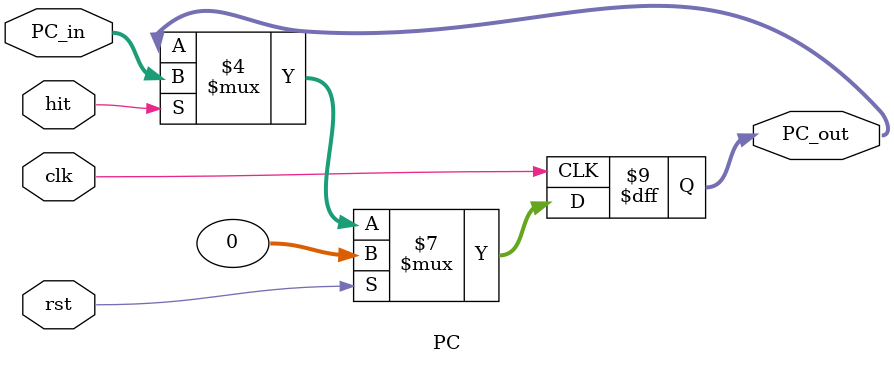
<source format=v>
`timescale 1ns / 1ps
module PC(clk,rst,PC_in,PC_out,hit);
input clk,rst,hit;
input [31:0] PC_in;
output reg [31:0] PC_out=32'd0;
always @(posedge clk) begin
	if (rst) begin
		PC_out<=32'd0;
	end
	else if (hit==1'b1) begin
		PC_out<=PC_in;
	end
end
endmodule

</source>
